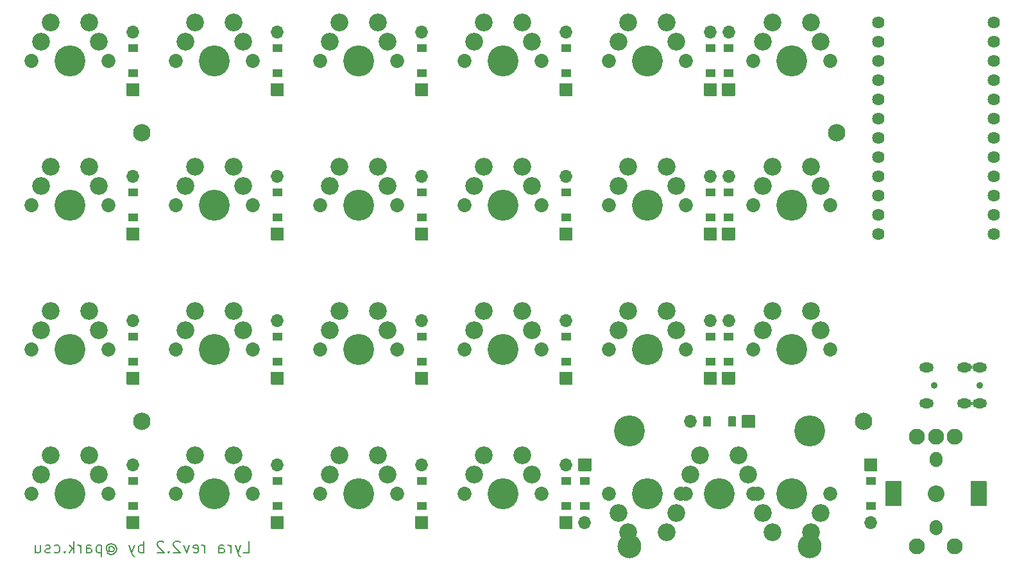
<source format=gbs>
G04 #@! TF.GenerationSoftware,KiCad,Pcbnew,(5.1.10)-1*
G04 #@! TF.CreationDate,2021-08-18T20:56:21+09:00*
G04 #@! TF.ProjectId,Lyra,4c797261-2e6b-4696-9361-645f70636258,rev?*
G04 #@! TF.SameCoordinates,Original*
G04 #@! TF.FileFunction,Soldermask,Bot*
G04 #@! TF.FilePolarity,Negative*
%FSLAX46Y46*%
G04 Gerber Fmt 4.6, Leading zero omitted, Abs format (unit mm)*
G04 Created by KiCad (PCBNEW (5.1.10)-1) date 2021-08-18 20:56:21*
%MOMM*%
%LPD*%
G01*
G04 APERTURE LIST*
%ADD10C,0.150000*%
%ADD11O,1.702000X1.702000*%
%ADD12C,2.352000*%
%ADD13C,1.852000*%
%ADD14C,4.089800*%
%ADD15C,2.202000*%
%ADD16C,2.102000*%
%ADD17C,1.626000*%
%ADD18C,0.902000*%
%ADD19O,1.902000X1.302000*%
%ADD20C,2.302000*%
%ADD21C,3.150000*%
%ADD22C,0.100000*%
G04 APERTURE END LIST*
D10*
X108869425Y-133243098D02*
X109583711Y-133243098D01*
X109583711Y-131743098D01*
X108512283Y-132243098D02*
X108155140Y-133243098D01*
X107797997Y-132243098D02*
X108155140Y-133243098D01*
X108297997Y-133600241D01*
X108369425Y-133671669D01*
X108512283Y-133743098D01*
X107226568Y-133243098D02*
X107226568Y-132243098D01*
X107226568Y-132528812D02*
X107155140Y-132385955D01*
X107083711Y-132314527D01*
X106940854Y-132243098D01*
X106797997Y-132243098D01*
X105655140Y-133243098D02*
X105655140Y-132457384D01*
X105726568Y-132314527D01*
X105869425Y-132243098D01*
X106155140Y-132243098D01*
X106297997Y-132314527D01*
X105655140Y-133171669D02*
X105797997Y-133243098D01*
X106155140Y-133243098D01*
X106297997Y-133171669D01*
X106369425Y-133028812D01*
X106369425Y-132885955D01*
X106297997Y-132743098D01*
X106155140Y-132671669D01*
X105797997Y-132671669D01*
X105655140Y-132600241D01*
X103797997Y-133243098D02*
X103797997Y-132243098D01*
X103797997Y-132528812D02*
X103726568Y-132385955D01*
X103655140Y-132314527D01*
X103512283Y-132243098D01*
X103369425Y-132243098D01*
X102297997Y-133171669D02*
X102440854Y-133243098D01*
X102726568Y-133243098D01*
X102869425Y-133171669D01*
X102940854Y-133028812D01*
X102940854Y-132457384D01*
X102869425Y-132314527D01*
X102726568Y-132243098D01*
X102440854Y-132243098D01*
X102297997Y-132314527D01*
X102226568Y-132457384D01*
X102226568Y-132600241D01*
X102940854Y-132743098D01*
X101726568Y-132243098D02*
X101369425Y-133243098D01*
X101012283Y-132243098D01*
X100512283Y-131885955D02*
X100440854Y-131814527D01*
X100297997Y-131743098D01*
X99940854Y-131743098D01*
X99797997Y-131814527D01*
X99726568Y-131885955D01*
X99655140Y-132028812D01*
X99655140Y-132171669D01*
X99726568Y-132385955D01*
X100583711Y-133243098D01*
X99655140Y-133243098D01*
X99012283Y-133100241D02*
X98940854Y-133171669D01*
X99012283Y-133243098D01*
X99083711Y-133171669D01*
X99012283Y-133100241D01*
X99012283Y-133243098D01*
X98369425Y-131885955D02*
X98297997Y-131814527D01*
X98155140Y-131743098D01*
X97797997Y-131743098D01*
X97655140Y-131814527D01*
X97583711Y-131885955D01*
X97512283Y-132028812D01*
X97512283Y-132171669D01*
X97583711Y-132385955D01*
X98440854Y-133243098D01*
X97512283Y-133243098D01*
X95726568Y-133243098D02*
X95726568Y-131743098D01*
X95726568Y-132314527D02*
X95583711Y-132243098D01*
X95297997Y-132243098D01*
X95155140Y-132314527D01*
X95083711Y-132385955D01*
X95012283Y-132528812D01*
X95012283Y-132957384D01*
X95083711Y-133100241D01*
X95155140Y-133171669D01*
X95297997Y-133243098D01*
X95583711Y-133243098D01*
X95726568Y-133171669D01*
X94512283Y-132243098D02*
X94155140Y-133243098D01*
X93797997Y-132243098D02*
X94155140Y-133243098D01*
X94297997Y-133600241D01*
X94369425Y-133671669D01*
X94512283Y-133743098D01*
X91155140Y-132528812D02*
X91226568Y-132457384D01*
X91369425Y-132385955D01*
X91512283Y-132385955D01*
X91655140Y-132457384D01*
X91726568Y-132528812D01*
X91797997Y-132671669D01*
X91797997Y-132814527D01*
X91726568Y-132957384D01*
X91655140Y-133028812D01*
X91512283Y-133100241D01*
X91369425Y-133100241D01*
X91226568Y-133028812D01*
X91155140Y-132957384D01*
X91155140Y-132385955D02*
X91155140Y-132957384D01*
X91083711Y-133028812D01*
X91012283Y-133028812D01*
X90869425Y-132957384D01*
X90797997Y-132814527D01*
X90797997Y-132457384D01*
X90940854Y-132243098D01*
X91155140Y-132100241D01*
X91440854Y-132028812D01*
X91726568Y-132100241D01*
X91940854Y-132243098D01*
X92083711Y-132457384D01*
X92155140Y-132743098D01*
X92083711Y-133028812D01*
X91940854Y-133243098D01*
X91726568Y-133385955D01*
X91440854Y-133457384D01*
X91155140Y-133385955D01*
X90940854Y-133243098D01*
X90155140Y-132243098D02*
X90155140Y-133743098D01*
X90155140Y-132314527D02*
X90012283Y-132243098D01*
X89726568Y-132243098D01*
X89583711Y-132314527D01*
X89512283Y-132385955D01*
X89440854Y-132528812D01*
X89440854Y-132957384D01*
X89512283Y-133100241D01*
X89583711Y-133171669D01*
X89726568Y-133243098D01*
X90012283Y-133243098D01*
X90155140Y-133171669D01*
X88155140Y-133243098D02*
X88155140Y-132457384D01*
X88226568Y-132314527D01*
X88369425Y-132243098D01*
X88655140Y-132243098D01*
X88797997Y-132314527D01*
X88155140Y-133171669D02*
X88297997Y-133243098D01*
X88655140Y-133243098D01*
X88797997Y-133171669D01*
X88869425Y-133028812D01*
X88869425Y-132885955D01*
X88797997Y-132743098D01*
X88655140Y-132671669D01*
X88297997Y-132671669D01*
X88155140Y-132600241D01*
X87440854Y-133243098D02*
X87440854Y-132243098D01*
X87440854Y-132528812D02*
X87369425Y-132385955D01*
X87297997Y-132314527D01*
X87155140Y-132243098D01*
X87012283Y-132243098D01*
X86512283Y-133243098D02*
X86512283Y-131743098D01*
X86369425Y-132671669D02*
X85940854Y-133243098D01*
X85940854Y-132243098D02*
X86512283Y-132814527D01*
X85297997Y-133100241D02*
X85226568Y-133171669D01*
X85297997Y-133243098D01*
X85369425Y-133171669D01*
X85297997Y-133100241D01*
X85297997Y-133243098D01*
X83940854Y-133171669D02*
X84083711Y-133243098D01*
X84369425Y-133243098D01*
X84512283Y-133171669D01*
X84583711Y-133100241D01*
X84655140Y-132957384D01*
X84655140Y-132528812D01*
X84583711Y-132385955D01*
X84512283Y-132314527D01*
X84369425Y-132243098D01*
X84083711Y-132243098D01*
X83940854Y-132314527D01*
X83369425Y-133171669D02*
X83226568Y-133243098D01*
X82940854Y-133243098D01*
X82797997Y-133171669D01*
X82726568Y-133028812D01*
X82726568Y-132957384D01*
X82797997Y-132814527D01*
X82940854Y-132743098D01*
X83155140Y-132743098D01*
X83297997Y-132671669D01*
X83369425Y-132528812D01*
X83369425Y-132457384D01*
X83297997Y-132314527D01*
X83155140Y-132243098D01*
X82940854Y-132243098D01*
X82797997Y-132314527D01*
X81440854Y-132243098D02*
X81440854Y-133243098D01*
X82083711Y-132243098D02*
X82083711Y-133028812D01*
X82012283Y-133171669D01*
X81869425Y-133243098D01*
X81655140Y-133243098D01*
X81512283Y-133171669D01*
X81440854Y-133100241D01*
X108869425Y-133243098D02*
X109583711Y-133243098D01*
X109583711Y-131743098D01*
X108512283Y-132243098D02*
X108155140Y-133243098D01*
X107797997Y-132243098D02*
X108155140Y-133243098D01*
X108297997Y-133600241D01*
X108369425Y-133671669D01*
X108512283Y-133743098D01*
X107226568Y-133243098D02*
X107226568Y-132243098D01*
X107226568Y-132528812D02*
X107155140Y-132385955D01*
X107083711Y-132314527D01*
X106940854Y-132243098D01*
X106797997Y-132243098D01*
X105655140Y-133243098D02*
X105655140Y-132457384D01*
X105726568Y-132314527D01*
X105869425Y-132243098D01*
X106155140Y-132243098D01*
X106297997Y-132314527D01*
X105655140Y-133171669D02*
X105797997Y-133243098D01*
X106155140Y-133243098D01*
X106297997Y-133171669D01*
X106369425Y-133028812D01*
X106369425Y-132885955D01*
X106297997Y-132743098D01*
X106155140Y-132671669D01*
X105797997Y-132671669D01*
X105655140Y-132600241D01*
X103797997Y-133243098D02*
X103797997Y-132243098D01*
X103797997Y-132528812D02*
X103726568Y-132385955D01*
X103655140Y-132314527D01*
X103512283Y-132243098D01*
X103369425Y-132243098D01*
X102297997Y-133171669D02*
X102440854Y-133243098D01*
X102726568Y-133243098D01*
X102869425Y-133171669D01*
X102940854Y-133028812D01*
X102940854Y-132457384D01*
X102869425Y-132314527D01*
X102726568Y-132243098D01*
X102440854Y-132243098D01*
X102297997Y-132314527D01*
X102226568Y-132457384D01*
X102226568Y-132600241D01*
X102940854Y-132743098D01*
X101726568Y-132243098D02*
X101369425Y-133243098D01*
X101012283Y-132243098D01*
X100512283Y-131885955D02*
X100440854Y-131814527D01*
X100297997Y-131743098D01*
X99940854Y-131743098D01*
X99797997Y-131814527D01*
X99726568Y-131885955D01*
X99655140Y-132028812D01*
X99655140Y-132171669D01*
X99726568Y-132385955D01*
X100583711Y-133243098D01*
X99655140Y-133243098D01*
X99012283Y-133100241D02*
X98940854Y-133171669D01*
X99012283Y-133243098D01*
X99083711Y-133171669D01*
X99012283Y-133100241D01*
X99012283Y-133243098D01*
X98369425Y-131885955D02*
X98297997Y-131814527D01*
X98155140Y-131743098D01*
X97797997Y-131743098D01*
X97655140Y-131814527D01*
X97583711Y-131885955D01*
X97512283Y-132028812D01*
X97512283Y-132171669D01*
X97583711Y-132385955D01*
X98440854Y-133243098D01*
X97512283Y-133243098D01*
X95726568Y-133243098D02*
X95726568Y-131743098D01*
X95726568Y-132314527D02*
X95583711Y-132243098D01*
X95297997Y-132243098D01*
X95155140Y-132314527D01*
X95083711Y-132385955D01*
X95012283Y-132528812D01*
X95012283Y-132957384D01*
X95083711Y-133100241D01*
X95155140Y-133171669D01*
X95297997Y-133243098D01*
X95583711Y-133243098D01*
X95726568Y-133171669D01*
X94512283Y-132243098D02*
X94155140Y-133243098D01*
X93797997Y-132243098D02*
X94155140Y-133243098D01*
X94297997Y-133600241D01*
X94369425Y-133671669D01*
X94512283Y-133743098D01*
X91155140Y-132528812D02*
X91226568Y-132457384D01*
X91369425Y-132385955D01*
X91512283Y-132385955D01*
X91655140Y-132457384D01*
X91726568Y-132528812D01*
X91797997Y-132671669D01*
X91797997Y-132814527D01*
X91726568Y-132957384D01*
X91655140Y-133028812D01*
X91512283Y-133100241D01*
X91369425Y-133100241D01*
X91226568Y-133028812D01*
X91155140Y-132957384D01*
X91155140Y-132385955D02*
X91155140Y-132957384D01*
X91083711Y-133028812D01*
X91012283Y-133028812D01*
X90869425Y-132957384D01*
X90797997Y-132814527D01*
X90797997Y-132457384D01*
X90940854Y-132243098D01*
X91155140Y-132100241D01*
X91440854Y-132028812D01*
X91726568Y-132100241D01*
X91940854Y-132243098D01*
X92083711Y-132457384D01*
X92155140Y-132743098D01*
X92083711Y-133028812D01*
X91940854Y-133243098D01*
X91726568Y-133385955D01*
X91440854Y-133457384D01*
X91155140Y-133385955D01*
X90940854Y-133243098D01*
X90155140Y-132243098D02*
X90155140Y-133743098D01*
X90155140Y-132314527D02*
X90012283Y-132243098D01*
X89726568Y-132243098D01*
X89583711Y-132314527D01*
X89512283Y-132385955D01*
X89440854Y-132528812D01*
X89440854Y-132957384D01*
X89512283Y-133100241D01*
X89583711Y-133171669D01*
X89726568Y-133243098D01*
X90012283Y-133243098D01*
X90155140Y-133171669D01*
X88155140Y-133243098D02*
X88155140Y-132457384D01*
X88226568Y-132314527D01*
X88369425Y-132243098D01*
X88655140Y-132243098D01*
X88797997Y-132314527D01*
X88155140Y-133171669D02*
X88297997Y-133243098D01*
X88655140Y-133243098D01*
X88797997Y-133171669D01*
X88869425Y-133028812D01*
X88869425Y-132885955D01*
X88797997Y-132743098D01*
X88655140Y-132671669D01*
X88297997Y-132671669D01*
X88155140Y-132600241D01*
X87440854Y-133243098D02*
X87440854Y-132243098D01*
X87440854Y-132528812D02*
X87369425Y-132385955D01*
X87297997Y-132314527D01*
X87155140Y-132243098D01*
X87012283Y-132243098D01*
X86512283Y-133243098D02*
X86512283Y-131743098D01*
X86369425Y-132671669D02*
X85940854Y-133243098D01*
X85940854Y-132243098D02*
X86512283Y-132814527D01*
X85297997Y-133100241D02*
X85226568Y-133171669D01*
X85297997Y-133243098D01*
X85369425Y-133171669D01*
X85297997Y-133100241D01*
X85297997Y-133243098D01*
X83940854Y-133171669D02*
X84083711Y-133243098D01*
X84369425Y-133243098D01*
X84512283Y-133171669D01*
X84583711Y-133100241D01*
X84655140Y-132957384D01*
X84655140Y-132528812D01*
X84583711Y-132385955D01*
X84512283Y-132314527D01*
X84369425Y-132243098D01*
X84083711Y-132243098D01*
X83940854Y-132314527D01*
X83369425Y-133171669D02*
X83226568Y-133243098D01*
X82940854Y-133243098D01*
X82797997Y-133171669D01*
X82726568Y-133028812D01*
X82726568Y-132957384D01*
X82797997Y-132814527D01*
X82940854Y-132743098D01*
X83155140Y-132743098D01*
X83297997Y-132671669D01*
X83369425Y-132528812D01*
X83369425Y-132457384D01*
X83297997Y-132314527D01*
X83155140Y-132243098D01*
X82940854Y-132243098D01*
X82797997Y-132314527D01*
X81440854Y-132243098D02*
X81440854Y-133243098D01*
X82083711Y-132243098D02*
X82083711Y-133028812D01*
X82012283Y-133171669D01*
X81869425Y-133243098D01*
X81655140Y-133243098D01*
X81512283Y-133171669D01*
X81440854Y-133100241D01*
G36*
G01*
X113971578Y-124271467D02*
X112771578Y-124271467D01*
G75*
G02*
X112720578Y-124220467I0J51000D01*
G01*
X112720578Y-123320467D01*
G75*
G02*
X112771578Y-123269467I51000J0D01*
G01*
X113971578Y-123269467D01*
G75*
G02*
X114022578Y-123320467I0J-51000D01*
G01*
X114022578Y-124220467D01*
G75*
G02*
X113971578Y-124271467I-51000J0D01*
G01*
G37*
G36*
G01*
X113971578Y-127571467D02*
X112771578Y-127571467D01*
G75*
G02*
X112720578Y-127520467I0J51000D01*
G01*
X112720578Y-126620467D01*
G75*
G02*
X112771578Y-126569467I51000J0D01*
G01*
X113971578Y-126569467D01*
G75*
G02*
X114022578Y-126620467I0J-51000D01*
G01*
X114022578Y-127520467D01*
G75*
G02*
X113971578Y-127571467I-51000J0D01*
G01*
G37*
D11*
X113371578Y-121610467D03*
G36*
G01*
X114171578Y-130081467D02*
X112571578Y-130081467D01*
G75*
G02*
X112520578Y-130030467I0J51000D01*
G01*
X112520578Y-128430467D01*
G75*
G02*
X112571578Y-128379467I51000J0D01*
G01*
X114171578Y-128379467D01*
G75*
G02*
X114222578Y-128430467I0J-51000D01*
G01*
X114222578Y-130030467D01*
G75*
G02*
X114171578Y-130081467I-51000J0D01*
G01*
G37*
G36*
G01*
X94921578Y-124271467D02*
X93721578Y-124271467D01*
G75*
G02*
X93670578Y-124220467I0J51000D01*
G01*
X93670578Y-123320467D01*
G75*
G02*
X93721578Y-123269467I51000J0D01*
G01*
X94921578Y-123269467D01*
G75*
G02*
X94972578Y-123320467I0J-51000D01*
G01*
X94972578Y-124220467D01*
G75*
G02*
X94921578Y-124271467I-51000J0D01*
G01*
G37*
G36*
G01*
X94921578Y-127571467D02*
X93721578Y-127571467D01*
G75*
G02*
X93670578Y-127520467I0J51000D01*
G01*
X93670578Y-126620467D01*
G75*
G02*
X93721578Y-126569467I51000J0D01*
G01*
X94921578Y-126569467D01*
G75*
G02*
X94972578Y-126620467I0J-51000D01*
G01*
X94972578Y-127520467D01*
G75*
G02*
X94921578Y-127571467I-51000J0D01*
G01*
G37*
X94321578Y-121610467D03*
G36*
G01*
X95121578Y-130081467D02*
X93521578Y-130081467D01*
G75*
G02*
X93470578Y-130030467I0J51000D01*
G01*
X93470578Y-128430467D01*
G75*
G02*
X93521578Y-128379467I51000J0D01*
G01*
X95121578Y-128379467D01*
G75*
G02*
X95172578Y-128430467I0J-51000D01*
G01*
X95172578Y-130030467D01*
G75*
G02*
X95121578Y-130081467I-51000J0D01*
G01*
G37*
D12*
X102497323Y-120340747D03*
D13*
X99957323Y-125420747D03*
D12*
X108847323Y-122880747D03*
D13*
X110117323Y-125420747D03*
D14*
X105037323Y-125420747D03*
D12*
X107577323Y-120340747D03*
D14*
X105037323Y-125420747D03*
D12*
X101227323Y-122880747D03*
D13*
X99957323Y-125420747D03*
X110117323Y-125420747D03*
D12*
X83447243Y-101290667D03*
D13*
X80907243Y-106370667D03*
D12*
X89797243Y-103830667D03*
D13*
X91067243Y-106370667D03*
D14*
X85987243Y-106370667D03*
D12*
X88527243Y-101290667D03*
D14*
X85987243Y-106370667D03*
D12*
X82177243Y-103830667D03*
D13*
X80907243Y-106370667D03*
X91067243Y-106370667D03*
G36*
G01*
X191091430Y-126569467D02*
X192291430Y-126569467D01*
G75*
G02*
X192342430Y-126620467I0J-51000D01*
G01*
X192342430Y-127520467D01*
G75*
G02*
X192291430Y-127571467I-51000J0D01*
G01*
X191091430Y-127571467D01*
G75*
G02*
X191040430Y-127520467I0J51000D01*
G01*
X191040430Y-126620467D01*
G75*
G02*
X191091430Y-126569467I51000J0D01*
G01*
G37*
G36*
G01*
X191091430Y-123269467D02*
X192291430Y-123269467D01*
G75*
G02*
X192342430Y-123320467I0J-51000D01*
G01*
X192342430Y-124220467D01*
G75*
G02*
X192291430Y-124271467I-51000J0D01*
G01*
X191091430Y-124271467D01*
G75*
G02*
X191040430Y-124220467I0J51000D01*
G01*
X191040430Y-123320467D01*
G75*
G02*
X191091430Y-123269467I51000J0D01*
G01*
G37*
D11*
X191691430Y-129230467D03*
G36*
G01*
X190891430Y-120759467D02*
X192491430Y-120759467D01*
G75*
G02*
X192542430Y-120810467I0J-51000D01*
G01*
X192542430Y-122410467D01*
G75*
G02*
X192491430Y-122461467I-51000J0D01*
G01*
X190891430Y-122461467D01*
G75*
G02*
X190840430Y-122410467I0J51000D01*
G01*
X190840430Y-120810467D01*
G75*
G02*
X190891430Y-120759467I51000J0D01*
G01*
G37*
G36*
G01*
X170563203Y-115295467D02*
X170563203Y-116495467D01*
G75*
G02*
X170512203Y-116546467I-51000J0D01*
G01*
X169612203Y-116546467D01*
G75*
G02*
X169561203Y-116495467I0J51000D01*
G01*
X169561203Y-115295467D01*
G75*
G02*
X169612203Y-115244467I51000J0D01*
G01*
X170512203Y-115244467D01*
G75*
G02*
X170563203Y-115295467I0J-51000D01*
G01*
G37*
G36*
G01*
X173863203Y-115295467D02*
X173863203Y-116495467D01*
G75*
G02*
X173812203Y-116546467I-51000J0D01*
G01*
X172912203Y-116546467D01*
G75*
G02*
X172861203Y-116495467I0J51000D01*
G01*
X172861203Y-115295467D01*
G75*
G02*
X172912203Y-115244467I51000J0D01*
G01*
X173812203Y-115244467D01*
G75*
G02*
X173863203Y-115295467I0J-51000D01*
G01*
G37*
X167902203Y-115895467D03*
G36*
G01*
X176373203Y-115095467D02*
X176373203Y-116695467D01*
G75*
G02*
X176322203Y-116746467I-51000J0D01*
G01*
X174722203Y-116746467D01*
G75*
G02*
X174671203Y-116695467I0J51000D01*
G01*
X174671203Y-115095467D01*
G75*
G02*
X174722203Y-115044467I51000J0D01*
G01*
X176322203Y-115044467D01*
G75*
G02*
X176373203Y-115095467I0J-51000D01*
G01*
G37*
G36*
G01*
X153332203Y-126569467D02*
X154532203Y-126569467D01*
G75*
G02*
X154583203Y-126620467I0J-51000D01*
G01*
X154583203Y-127520467D01*
G75*
G02*
X154532203Y-127571467I-51000J0D01*
G01*
X153332203Y-127571467D01*
G75*
G02*
X153281203Y-127520467I0J51000D01*
G01*
X153281203Y-126620467D01*
G75*
G02*
X153332203Y-126569467I51000J0D01*
G01*
G37*
G36*
G01*
X153332203Y-123269467D02*
X154532203Y-123269467D01*
G75*
G02*
X154583203Y-123320467I0J-51000D01*
G01*
X154583203Y-124220467D01*
G75*
G02*
X154532203Y-124271467I-51000J0D01*
G01*
X153332203Y-124271467D01*
G75*
G02*
X153281203Y-124220467I0J51000D01*
G01*
X153281203Y-123320467D01*
G75*
G02*
X153332203Y-123269467I51000J0D01*
G01*
G37*
X153932203Y-129230467D03*
G36*
G01*
X153132203Y-120759467D02*
X154732203Y-120759467D01*
G75*
G02*
X154783203Y-120810467I0J-51000D01*
G01*
X154783203Y-122410467D01*
G75*
G02*
X154732203Y-122461467I-51000J0D01*
G01*
X153132203Y-122461467D01*
G75*
G02*
X153081203Y-122410467I0J51000D01*
G01*
X153081203Y-120810467D01*
G75*
G02*
X153132203Y-120759467I51000J0D01*
G01*
G37*
G36*
G01*
X152071578Y-124271467D02*
X150871578Y-124271467D01*
G75*
G02*
X150820578Y-124220467I0J51000D01*
G01*
X150820578Y-123320467D01*
G75*
G02*
X150871578Y-123269467I51000J0D01*
G01*
X152071578Y-123269467D01*
G75*
G02*
X152122578Y-123320467I0J-51000D01*
G01*
X152122578Y-124220467D01*
G75*
G02*
X152071578Y-124271467I-51000J0D01*
G01*
G37*
G36*
G01*
X152071578Y-127571467D02*
X150871578Y-127571467D01*
G75*
G02*
X150820578Y-127520467I0J51000D01*
G01*
X150820578Y-126620467D01*
G75*
G02*
X150871578Y-126569467I51000J0D01*
G01*
X152071578Y-126569467D01*
G75*
G02*
X152122578Y-126620467I0J-51000D01*
G01*
X152122578Y-127520467D01*
G75*
G02*
X152071578Y-127571467I-51000J0D01*
G01*
G37*
X151471578Y-121610467D03*
G36*
G01*
X152271578Y-130081467D02*
X150671578Y-130081467D01*
G75*
G02*
X150620578Y-130030467I0J51000D01*
G01*
X150620578Y-128430467D01*
G75*
G02*
X150671578Y-128379467I51000J0D01*
G01*
X152271578Y-128379467D01*
G75*
G02*
X152322578Y-128430467I0J-51000D01*
G01*
X152322578Y-130030467D01*
G75*
G02*
X152271578Y-130081467I-51000J0D01*
G01*
G37*
G36*
G01*
X133021578Y-124271467D02*
X131821578Y-124271467D01*
G75*
G02*
X131770578Y-124220467I0J51000D01*
G01*
X131770578Y-123320467D01*
G75*
G02*
X131821578Y-123269467I51000J0D01*
G01*
X133021578Y-123269467D01*
G75*
G02*
X133072578Y-123320467I0J-51000D01*
G01*
X133072578Y-124220467D01*
G75*
G02*
X133021578Y-124271467I-51000J0D01*
G01*
G37*
G36*
G01*
X133021578Y-127571467D02*
X131821578Y-127571467D01*
G75*
G02*
X131770578Y-127520467I0J51000D01*
G01*
X131770578Y-126620467D01*
G75*
G02*
X131821578Y-126569467I51000J0D01*
G01*
X133021578Y-126569467D01*
G75*
G02*
X133072578Y-126620467I0J-51000D01*
G01*
X133072578Y-127520467D01*
G75*
G02*
X133021578Y-127571467I-51000J0D01*
G01*
G37*
X132421578Y-121610467D03*
G36*
G01*
X133221578Y-130081467D02*
X131621578Y-130081467D01*
G75*
G02*
X131570578Y-130030467I0J51000D01*
G01*
X131570578Y-128430467D01*
G75*
G02*
X131621578Y-128379467I51000J0D01*
G01*
X133221578Y-128379467D01*
G75*
G02*
X133272578Y-128430467I0J-51000D01*
G01*
X133272578Y-130030467D01*
G75*
G02*
X133221578Y-130081467I-51000J0D01*
G01*
G37*
G36*
G01*
X173702781Y-111031467D02*
X172102781Y-111031467D01*
G75*
G02*
X172051781Y-110980467I0J51000D01*
G01*
X172051781Y-109380467D01*
G75*
G02*
X172102781Y-109329467I51000J0D01*
G01*
X173702781Y-109329467D01*
G75*
G02*
X173753781Y-109380467I0J-51000D01*
G01*
X173753781Y-110980467D01*
G75*
G02*
X173702781Y-111031467I-51000J0D01*
G01*
G37*
X172902781Y-102560467D03*
G36*
G01*
X173502781Y-108521467D02*
X172302781Y-108521467D01*
G75*
G02*
X172251781Y-108470467I0J51000D01*
G01*
X172251781Y-107570467D01*
G75*
G02*
X172302781Y-107519467I51000J0D01*
G01*
X173502781Y-107519467D01*
G75*
G02*
X173553781Y-107570467I0J-51000D01*
G01*
X173553781Y-108470467D01*
G75*
G02*
X173502781Y-108521467I-51000J0D01*
G01*
G37*
G36*
G01*
X173502781Y-105221467D02*
X172302781Y-105221467D01*
G75*
G02*
X172251781Y-105170467I0J51000D01*
G01*
X172251781Y-104270467D01*
G75*
G02*
X172302781Y-104219467I51000J0D01*
G01*
X173502781Y-104219467D01*
G75*
G02*
X173553781Y-104270467I0J-51000D01*
G01*
X173553781Y-105170467D01*
G75*
G02*
X173502781Y-105221467I-51000J0D01*
G01*
G37*
G36*
G01*
X171321529Y-111031467D02*
X169721529Y-111031467D01*
G75*
G02*
X169670529Y-110980467I0J51000D01*
G01*
X169670529Y-109380467D01*
G75*
G02*
X169721529Y-109329467I51000J0D01*
G01*
X171321529Y-109329467D01*
G75*
G02*
X171372529Y-109380467I0J-51000D01*
G01*
X171372529Y-110980467D01*
G75*
G02*
X171321529Y-111031467I-51000J0D01*
G01*
G37*
X170521529Y-102560467D03*
G36*
G01*
X171121529Y-108521467D02*
X169921529Y-108521467D01*
G75*
G02*
X169870529Y-108470467I0J51000D01*
G01*
X169870529Y-107570467D01*
G75*
G02*
X169921529Y-107519467I51000J0D01*
G01*
X171121529Y-107519467D01*
G75*
G02*
X171172529Y-107570467I0J-51000D01*
G01*
X171172529Y-108470467D01*
G75*
G02*
X171121529Y-108521467I-51000J0D01*
G01*
G37*
G36*
G01*
X171121529Y-105221467D02*
X169921529Y-105221467D01*
G75*
G02*
X169870529Y-105170467I0J51000D01*
G01*
X169870529Y-104270467D01*
G75*
G02*
X169921529Y-104219467I51000J0D01*
G01*
X171121529Y-104219467D01*
G75*
G02*
X171172529Y-104270467I0J-51000D01*
G01*
X171172529Y-105170467D01*
G75*
G02*
X171121529Y-105221467I-51000J0D01*
G01*
G37*
G36*
G01*
X152271578Y-111031467D02*
X150671578Y-111031467D01*
G75*
G02*
X150620578Y-110980467I0J51000D01*
G01*
X150620578Y-109380467D01*
G75*
G02*
X150671578Y-109329467I51000J0D01*
G01*
X152271578Y-109329467D01*
G75*
G02*
X152322578Y-109380467I0J-51000D01*
G01*
X152322578Y-110980467D01*
G75*
G02*
X152271578Y-111031467I-51000J0D01*
G01*
G37*
X151471578Y-102560467D03*
G36*
G01*
X152071578Y-108521467D02*
X150871578Y-108521467D01*
G75*
G02*
X150820578Y-108470467I0J51000D01*
G01*
X150820578Y-107570467D01*
G75*
G02*
X150871578Y-107519467I51000J0D01*
G01*
X152071578Y-107519467D01*
G75*
G02*
X152122578Y-107570467I0J-51000D01*
G01*
X152122578Y-108470467D01*
G75*
G02*
X152071578Y-108521467I-51000J0D01*
G01*
G37*
G36*
G01*
X152071578Y-105221467D02*
X150871578Y-105221467D01*
G75*
G02*
X150820578Y-105170467I0J51000D01*
G01*
X150820578Y-104270467D01*
G75*
G02*
X150871578Y-104219467I51000J0D01*
G01*
X152071578Y-104219467D01*
G75*
G02*
X152122578Y-104270467I0J-51000D01*
G01*
X152122578Y-105170467D01*
G75*
G02*
X152071578Y-105221467I-51000J0D01*
G01*
G37*
G36*
G01*
X133221578Y-111031467D02*
X131621578Y-111031467D01*
G75*
G02*
X131570578Y-110980467I0J51000D01*
G01*
X131570578Y-109380467D01*
G75*
G02*
X131621578Y-109329467I51000J0D01*
G01*
X133221578Y-109329467D01*
G75*
G02*
X133272578Y-109380467I0J-51000D01*
G01*
X133272578Y-110980467D01*
G75*
G02*
X133221578Y-111031467I-51000J0D01*
G01*
G37*
X132421578Y-102560467D03*
G36*
G01*
X133021578Y-108521467D02*
X131821578Y-108521467D01*
G75*
G02*
X131770578Y-108470467I0J51000D01*
G01*
X131770578Y-107570467D01*
G75*
G02*
X131821578Y-107519467I51000J0D01*
G01*
X133021578Y-107519467D01*
G75*
G02*
X133072578Y-107570467I0J-51000D01*
G01*
X133072578Y-108470467D01*
G75*
G02*
X133021578Y-108521467I-51000J0D01*
G01*
G37*
G36*
G01*
X133021578Y-105221467D02*
X131821578Y-105221467D01*
G75*
G02*
X131770578Y-105170467I0J51000D01*
G01*
X131770578Y-104270467D01*
G75*
G02*
X131821578Y-104219467I51000J0D01*
G01*
X133021578Y-104219467D01*
G75*
G02*
X133072578Y-104270467I0J-51000D01*
G01*
X133072578Y-105170467D01*
G75*
G02*
X133021578Y-105221467I-51000J0D01*
G01*
G37*
G36*
G01*
X114171578Y-111031467D02*
X112571578Y-111031467D01*
G75*
G02*
X112520578Y-110980467I0J51000D01*
G01*
X112520578Y-109380467D01*
G75*
G02*
X112571578Y-109329467I51000J0D01*
G01*
X114171578Y-109329467D01*
G75*
G02*
X114222578Y-109380467I0J-51000D01*
G01*
X114222578Y-110980467D01*
G75*
G02*
X114171578Y-111031467I-51000J0D01*
G01*
G37*
X113371578Y-102560467D03*
G36*
G01*
X113971578Y-108521467D02*
X112771578Y-108521467D01*
G75*
G02*
X112720578Y-108470467I0J51000D01*
G01*
X112720578Y-107570467D01*
G75*
G02*
X112771578Y-107519467I51000J0D01*
G01*
X113971578Y-107519467D01*
G75*
G02*
X114022578Y-107570467I0J-51000D01*
G01*
X114022578Y-108470467D01*
G75*
G02*
X113971578Y-108521467I-51000J0D01*
G01*
G37*
G36*
G01*
X113971578Y-105221467D02*
X112771578Y-105221467D01*
G75*
G02*
X112720578Y-105170467I0J51000D01*
G01*
X112720578Y-104270467D01*
G75*
G02*
X112771578Y-104219467I51000J0D01*
G01*
X113971578Y-104219467D01*
G75*
G02*
X114022578Y-104270467I0J-51000D01*
G01*
X114022578Y-105170467D01*
G75*
G02*
X113971578Y-105221467I-51000J0D01*
G01*
G37*
G36*
G01*
X95121578Y-111031467D02*
X93521578Y-111031467D01*
G75*
G02*
X93470578Y-110980467I0J51000D01*
G01*
X93470578Y-109380467D01*
G75*
G02*
X93521578Y-109329467I51000J0D01*
G01*
X95121578Y-109329467D01*
G75*
G02*
X95172578Y-109380467I0J-51000D01*
G01*
X95172578Y-110980467D01*
G75*
G02*
X95121578Y-111031467I-51000J0D01*
G01*
G37*
X94321578Y-102560467D03*
G36*
G01*
X94921578Y-108521467D02*
X93721578Y-108521467D01*
G75*
G02*
X93670578Y-108470467I0J51000D01*
G01*
X93670578Y-107570467D01*
G75*
G02*
X93721578Y-107519467I51000J0D01*
G01*
X94921578Y-107519467D01*
G75*
G02*
X94972578Y-107570467I0J-51000D01*
G01*
X94972578Y-108470467D01*
G75*
G02*
X94921578Y-108521467I-51000J0D01*
G01*
G37*
G36*
G01*
X94921578Y-105221467D02*
X93721578Y-105221467D01*
G75*
G02*
X93670578Y-105170467I0J51000D01*
G01*
X93670578Y-104270467D01*
G75*
G02*
X93721578Y-104219467I51000J0D01*
G01*
X94921578Y-104219467D01*
G75*
G02*
X94972578Y-104270467I0J-51000D01*
G01*
X94972578Y-105170467D01*
G75*
G02*
X94921578Y-105221467I-51000J0D01*
G01*
G37*
G36*
G01*
X173502828Y-86171467D02*
X172302828Y-86171467D01*
G75*
G02*
X172251828Y-86120467I0J51000D01*
G01*
X172251828Y-85220467D01*
G75*
G02*
X172302828Y-85169467I51000J0D01*
G01*
X173502828Y-85169467D01*
G75*
G02*
X173553828Y-85220467I0J-51000D01*
G01*
X173553828Y-86120467D01*
G75*
G02*
X173502828Y-86171467I-51000J0D01*
G01*
G37*
G36*
G01*
X173502828Y-89471467D02*
X172302828Y-89471467D01*
G75*
G02*
X172251828Y-89420467I0J51000D01*
G01*
X172251828Y-88520467D01*
G75*
G02*
X172302828Y-88469467I51000J0D01*
G01*
X173502828Y-88469467D01*
G75*
G02*
X173553828Y-88520467I0J-51000D01*
G01*
X173553828Y-89420467D01*
G75*
G02*
X173502828Y-89471467I-51000J0D01*
G01*
G37*
X172902828Y-83510467D03*
G36*
G01*
X173702828Y-91981467D02*
X172102828Y-91981467D01*
G75*
G02*
X172051828Y-91930467I0J51000D01*
G01*
X172051828Y-90330467D01*
G75*
G02*
X172102828Y-90279467I51000J0D01*
G01*
X173702828Y-90279467D01*
G75*
G02*
X173753828Y-90330467I0J-51000D01*
G01*
X173753828Y-91930467D01*
G75*
G02*
X173702828Y-91981467I-51000J0D01*
G01*
G37*
G36*
G01*
X171121578Y-86171467D02*
X169921578Y-86171467D01*
G75*
G02*
X169870578Y-86120467I0J51000D01*
G01*
X169870578Y-85220467D01*
G75*
G02*
X169921578Y-85169467I51000J0D01*
G01*
X171121578Y-85169467D01*
G75*
G02*
X171172578Y-85220467I0J-51000D01*
G01*
X171172578Y-86120467D01*
G75*
G02*
X171121578Y-86171467I-51000J0D01*
G01*
G37*
G36*
G01*
X171121578Y-89471467D02*
X169921578Y-89471467D01*
G75*
G02*
X169870578Y-89420467I0J51000D01*
G01*
X169870578Y-88520467D01*
G75*
G02*
X169921578Y-88469467I51000J0D01*
G01*
X171121578Y-88469467D01*
G75*
G02*
X171172578Y-88520467I0J-51000D01*
G01*
X171172578Y-89420467D01*
G75*
G02*
X171121578Y-89471467I-51000J0D01*
G01*
G37*
X170521578Y-83510467D03*
G36*
G01*
X171321578Y-91981467D02*
X169721578Y-91981467D01*
G75*
G02*
X169670578Y-91930467I0J51000D01*
G01*
X169670578Y-90330467D01*
G75*
G02*
X169721578Y-90279467I51000J0D01*
G01*
X171321578Y-90279467D01*
G75*
G02*
X171372578Y-90330467I0J-51000D01*
G01*
X171372578Y-91930467D01*
G75*
G02*
X171321578Y-91981467I-51000J0D01*
G01*
G37*
G36*
G01*
X152071578Y-86171467D02*
X150871578Y-86171467D01*
G75*
G02*
X150820578Y-86120467I0J51000D01*
G01*
X150820578Y-85220467D01*
G75*
G02*
X150871578Y-85169467I51000J0D01*
G01*
X152071578Y-85169467D01*
G75*
G02*
X152122578Y-85220467I0J-51000D01*
G01*
X152122578Y-86120467D01*
G75*
G02*
X152071578Y-86171467I-51000J0D01*
G01*
G37*
G36*
G01*
X152071578Y-89471467D02*
X150871578Y-89471467D01*
G75*
G02*
X150820578Y-89420467I0J51000D01*
G01*
X150820578Y-88520467D01*
G75*
G02*
X150871578Y-88469467I51000J0D01*
G01*
X152071578Y-88469467D01*
G75*
G02*
X152122578Y-88520467I0J-51000D01*
G01*
X152122578Y-89420467D01*
G75*
G02*
X152071578Y-89471467I-51000J0D01*
G01*
G37*
X151471578Y-83510467D03*
G36*
G01*
X152271578Y-91981467D02*
X150671578Y-91981467D01*
G75*
G02*
X150620578Y-91930467I0J51000D01*
G01*
X150620578Y-90330467D01*
G75*
G02*
X150671578Y-90279467I51000J0D01*
G01*
X152271578Y-90279467D01*
G75*
G02*
X152322578Y-90330467I0J-51000D01*
G01*
X152322578Y-91930467D01*
G75*
G02*
X152271578Y-91981467I-51000J0D01*
G01*
G37*
G36*
G01*
X133021578Y-86171467D02*
X131821578Y-86171467D01*
G75*
G02*
X131770578Y-86120467I0J51000D01*
G01*
X131770578Y-85220467D01*
G75*
G02*
X131821578Y-85169467I51000J0D01*
G01*
X133021578Y-85169467D01*
G75*
G02*
X133072578Y-85220467I0J-51000D01*
G01*
X133072578Y-86120467D01*
G75*
G02*
X133021578Y-86171467I-51000J0D01*
G01*
G37*
G36*
G01*
X133021578Y-89471467D02*
X131821578Y-89471467D01*
G75*
G02*
X131770578Y-89420467I0J51000D01*
G01*
X131770578Y-88520467D01*
G75*
G02*
X131821578Y-88469467I51000J0D01*
G01*
X133021578Y-88469467D01*
G75*
G02*
X133072578Y-88520467I0J-51000D01*
G01*
X133072578Y-89420467D01*
G75*
G02*
X133021578Y-89471467I-51000J0D01*
G01*
G37*
X132421578Y-83510467D03*
G36*
G01*
X133221578Y-91981467D02*
X131621578Y-91981467D01*
G75*
G02*
X131570578Y-91930467I0J51000D01*
G01*
X131570578Y-90330467D01*
G75*
G02*
X131621578Y-90279467I51000J0D01*
G01*
X133221578Y-90279467D01*
G75*
G02*
X133272578Y-90330467I0J-51000D01*
G01*
X133272578Y-91930467D01*
G75*
G02*
X133221578Y-91981467I-51000J0D01*
G01*
G37*
G36*
G01*
X113971576Y-86171467D02*
X112771576Y-86171467D01*
G75*
G02*
X112720576Y-86120467I0J51000D01*
G01*
X112720576Y-85220467D01*
G75*
G02*
X112771576Y-85169467I51000J0D01*
G01*
X113971576Y-85169467D01*
G75*
G02*
X114022576Y-85220467I0J-51000D01*
G01*
X114022576Y-86120467D01*
G75*
G02*
X113971576Y-86171467I-51000J0D01*
G01*
G37*
G36*
G01*
X113971576Y-89471467D02*
X112771576Y-89471467D01*
G75*
G02*
X112720576Y-89420467I0J51000D01*
G01*
X112720576Y-88520467D01*
G75*
G02*
X112771576Y-88469467I51000J0D01*
G01*
X113971576Y-88469467D01*
G75*
G02*
X114022576Y-88520467I0J-51000D01*
G01*
X114022576Y-89420467D01*
G75*
G02*
X113971576Y-89471467I-51000J0D01*
G01*
G37*
X113371576Y-83510467D03*
G36*
G01*
X114171576Y-91981467D02*
X112571576Y-91981467D01*
G75*
G02*
X112520576Y-91930467I0J51000D01*
G01*
X112520576Y-90330467D01*
G75*
G02*
X112571576Y-90279467I51000J0D01*
G01*
X114171576Y-90279467D01*
G75*
G02*
X114222576Y-90330467I0J-51000D01*
G01*
X114222576Y-91930467D01*
G75*
G02*
X114171576Y-91981467I-51000J0D01*
G01*
G37*
G36*
G01*
X94921578Y-86171467D02*
X93721578Y-86171467D01*
G75*
G02*
X93670578Y-86120467I0J51000D01*
G01*
X93670578Y-85220467D01*
G75*
G02*
X93721578Y-85169467I51000J0D01*
G01*
X94921578Y-85169467D01*
G75*
G02*
X94972578Y-85220467I0J-51000D01*
G01*
X94972578Y-86120467D01*
G75*
G02*
X94921578Y-86171467I-51000J0D01*
G01*
G37*
G36*
G01*
X94921578Y-89471467D02*
X93721578Y-89471467D01*
G75*
G02*
X93670578Y-89420467I0J51000D01*
G01*
X93670578Y-88520467D01*
G75*
G02*
X93721578Y-88469467I51000J0D01*
G01*
X94921578Y-88469467D01*
G75*
G02*
X94972578Y-88520467I0J-51000D01*
G01*
X94972578Y-89420467D01*
G75*
G02*
X94921578Y-89471467I-51000J0D01*
G01*
G37*
X94321578Y-83510467D03*
G36*
G01*
X95121578Y-91981467D02*
X93521578Y-91981467D01*
G75*
G02*
X93470578Y-91930467I0J51000D01*
G01*
X93470578Y-90330467D01*
G75*
G02*
X93521578Y-90279467I51000J0D01*
G01*
X95121578Y-90279467D01*
G75*
G02*
X95172578Y-90330467I0J-51000D01*
G01*
X95172578Y-91930467D01*
G75*
G02*
X95121578Y-91981467I-51000J0D01*
G01*
G37*
G36*
G01*
X173702828Y-72931467D02*
X172102828Y-72931467D01*
G75*
G02*
X172051828Y-72880467I0J51000D01*
G01*
X172051828Y-71280467D01*
G75*
G02*
X172102828Y-71229467I51000J0D01*
G01*
X173702828Y-71229467D01*
G75*
G02*
X173753828Y-71280467I0J-51000D01*
G01*
X173753828Y-72880467D01*
G75*
G02*
X173702828Y-72931467I-51000J0D01*
G01*
G37*
X172902828Y-64460467D03*
G36*
G01*
X173502828Y-70421467D02*
X172302828Y-70421467D01*
G75*
G02*
X172251828Y-70370467I0J51000D01*
G01*
X172251828Y-69470467D01*
G75*
G02*
X172302828Y-69419467I51000J0D01*
G01*
X173502828Y-69419467D01*
G75*
G02*
X173553828Y-69470467I0J-51000D01*
G01*
X173553828Y-70370467D01*
G75*
G02*
X173502828Y-70421467I-51000J0D01*
G01*
G37*
G36*
G01*
X173502828Y-67121467D02*
X172302828Y-67121467D01*
G75*
G02*
X172251828Y-67070467I0J51000D01*
G01*
X172251828Y-66170467D01*
G75*
G02*
X172302828Y-66119467I51000J0D01*
G01*
X173502828Y-66119467D01*
G75*
G02*
X173553828Y-66170467I0J-51000D01*
G01*
X173553828Y-67070467D01*
G75*
G02*
X173502828Y-67121467I-51000J0D01*
G01*
G37*
G36*
G01*
X171321578Y-72931467D02*
X169721578Y-72931467D01*
G75*
G02*
X169670578Y-72880467I0J51000D01*
G01*
X169670578Y-71280467D01*
G75*
G02*
X169721578Y-71229467I51000J0D01*
G01*
X171321578Y-71229467D01*
G75*
G02*
X171372578Y-71280467I0J-51000D01*
G01*
X171372578Y-72880467D01*
G75*
G02*
X171321578Y-72931467I-51000J0D01*
G01*
G37*
X170521578Y-64460467D03*
G36*
G01*
X171121578Y-70421467D02*
X169921578Y-70421467D01*
G75*
G02*
X169870578Y-70370467I0J51000D01*
G01*
X169870578Y-69470467D01*
G75*
G02*
X169921578Y-69419467I51000J0D01*
G01*
X171121578Y-69419467D01*
G75*
G02*
X171172578Y-69470467I0J-51000D01*
G01*
X171172578Y-70370467D01*
G75*
G02*
X171121578Y-70421467I-51000J0D01*
G01*
G37*
G36*
G01*
X171121578Y-67121467D02*
X169921578Y-67121467D01*
G75*
G02*
X169870578Y-67070467I0J51000D01*
G01*
X169870578Y-66170467D01*
G75*
G02*
X169921578Y-66119467I51000J0D01*
G01*
X171121578Y-66119467D01*
G75*
G02*
X171172578Y-66170467I0J-51000D01*
G01*
X171172578Y-67070467D01*
G75*
G02*
X171121578Y-67121467I-51000J0D01*
G01*
G37*
G36*
G01*
X152271578Y-72931467D02*
X150671578Y-72931467D01*
G75*
G02*
X150620578Y-72880467I0J51000D01*
G01*
X150620578Y-71280467D01*
G75*
G02*
X150671578Y-71229467I51000J0D01*
G01*
X152271578Y-71229467D01*
G75*
G02*
X152322578Y-71280467I0J-51000D01*
G01*
X152322578Y-72880467D01*
G75*
G02*
X152271578Y-72931467I-51000J0D01*
G01*
G37*
X151471578Y-64460467D03*
G36*
G01*
X152071578Y-70421467D02*
X150871578Y-70421467D01*
G75*
G02*
X150820578Y-70370467I0J51000D01*
G01*
X150820578Y-69470467D01*
G75*
G02*
X150871578Y-69419467I51000J0D01*
G01*
X152071578Y-69419467D01*
G75*
G02*
X152122578Y-69470467I0J-51000D01*
G01*
X152122578Y-70370467D01*
G75*
G02*
X152071578Y-70421467I-51000J0D01*
G01*
G37*
G36*
G01*
X152071578Y-67121467D02*
X150871578Y-67121467D01*
G75*
G02*
X150820578Y-67070467I0J51000D01*
G01*
X150820578Y-66170467D01*
G75*
G02*
X150871578Y-66119467I51000J0D01*
G01*
X152071578Y-66119467D01*
G75*
G02*
X152122578Y-66170467I0J-51000D01*
G01*
X152122578Y-67070467D01*
G75*
G02*
X152071578Y-67121467I-51000J0D01*
G01*
G37*
G36*
G01*
X133221578Y-72931467D02*
X131621578Y-72931467D01*
G75*
G02*
X131570578Y-72880467I0J51000D01*
G01*
X131570578Y-71280467D01*
G75*
G02*
X131621578Y-71229467I51000J0D01*
G01*
X133221578Y-71229467D01*
G75*
G02*
X133272578Y-71280467I0J-51000D01*
G01*
X133272578Y-72880467D01*
G75*
G02*
X133221578Y-72931467I-51000J0D01*
G01*
G37*
X132421578Y-64460467D03*
G36*
G01*
X133021578Y-70421467D02*
X131821578Y-70421467D01*
G75*
G02*
X131770578Y-70370467I0J51000D01*
G01*
X131770578Y-69470467D01*
G75*
G02*
X131821578Y-69419467I51000J0D01*
G01*
X133021578Y-69419467D01*
G75*
G02*
X133072578Y-69470467I0J-51000D01*
G01*
X133072578Y-70370467D01*
G75*
G02*
X133021578Y-70421467I-51000J0D01*
G01*
G37*
G36*
G01*
X133021578Y-67121467D02*
X131821578Y-67121467D01*
G75*
G02*
X131770578Y-67070467I0J51000D01*
G01*
X131770578Y-66170467D01*
G75*
G02*
X131821578Y-66119467I51000J0D01*
G01*
X133021578Y-66119467D01*
G75*
G02*
X133072578Y-66170467I0J-51000D01*
G01*
X133072578Y-67070467D01*
G75*
G02*
X133021578Y-67121467I-51000J0D01*
G01*
G37*
G36*
G01*
X114171578Y-72931467D02*
X112571578Y-72931467D01*
G75*
G02*
X112520578Y-72880467I0J51000D01*
G01*
X112520578Y-71280467D01*
G75*
G02*
X112571578Y-71229467I51000J0D01*
G01*
X114171578Y-71229467D01*
G75*
G02*
X114222578Y-71280467I0J-51000D01*
G01*
X114222578Y-72880467D01*
G75*
G02*
X114171578Y-72931467I-51000J0D01*
G01*
G37*
X113371578Y-64460467D03*
G36*
G01*
X113971578Y-70421467D02*
X112771578Y-70421467D01*
G75*
G02*
X112720578Y-70370467I0J51000D01*
G01*
X112720578Y-69470467D01*
G75*
G02*
X112771578Y-69419467I51000J0D01*
G01*
X113971578Y-69419467D01*
G75*
G02*
X114022578Y-69470467I0J-51000D01*
G01*
X114022578Y-70370467D01*
G75*
G02*
X113971578Y-70421467I-51000J0D01*
G01*
G37*
G36*
G01*
X113971578Y-67121467D02*
X112771578Y-67121467D01*
G75*
G02*
X112720578Y-67070467I0J51000D01*
G01*
X112720578Y-66170467D01*
G75*
G02*
X112771578Y-66119467I51000J0D01*
G01*
X113971578Y-66119467D01*
G75*
G02*
X114022578Y-66170467I0J-51000D01*
G01*
X114022578Y-67070467D01*
G75*
G02*
X113971578Y-67121467I-51000J0D01*
G01*
G37*
G36*
G01*
X95121578Y-72931467D02*
X93521578Y-72931467D01*
G75*
G02*
X93470578Y-72880467I0J51000D01*
G01*
X93470578Y-71280467D01*
G75*
G02*
X93521578Y-71229467I51000J0D01*
G01*
X95121578Y-71229467D01*
G75*
G02*
X95172578Y-71280467I0J-51000D01*
G01*
X95172578Y-72880467D01*
G75*
G02*
X95121578Y-72931467I-51000J0D01*
G01*
G37*
X94321578Y-64460467D03*
G36*
G01*
X94921578Y-70421467D02*
X93721578Y-70421467D01*
G75*
G02*
X93670578Y-70370467I0J51000D01*
G01*
X93670578Y-69470467D01*
G75*
G02*
X93721578Y-69419467I51000J0D01*
G01*
X94921578Y-69419467D01*
G75*
G02*
X94972578Y-69470467I0J-51000D01*
G01*
X94972578Y-70370467D01*
G75*
G02*
X94921578Y-70421467I-51000J0D01*
G01*
G37*
G36*
G01*
X94921578Y-67121467D02*
X93721578Y-67121467D01*
G75*
G02*
X93670578Y-67070467I0J51000D01*
G01*
X93670578Y-66170467D01*
G75*
G02*
X93721578Y-66119467I51000J0D01*
G01*
X94921578Y-66119467D01*
G75*
G02*
X94972578Y-66170467I0J-51000D01*
G01*
X94972578Y-67070467D01*
G75*
G02*
X94921578Y-67121467I-51000J0D01*
G01*
G37*
D12*
X159647203Y-101290531D03*
D13*
X157107203Y-106370531D03*
D12*
X165997203Y-103830531D03*
D13*
X167267203Y-106370531D03*
D14*
X162187203Y-106370531D03*
D12*
X164727203Y-101290531D03*
D14*
X162187203Y-106370531D03*
D12*
X158377203Y-103830531D03*
D13*
X157107203Y-106370531D03*
X167267203Y-106370531D03*
D12*
X121547403Y-82240587D03*
D13*
X119007403Y-87320587D03*
D12*
X127897403Y-84780587D03*
D13*
X129167403Y-87320587D03*
D14*
X124087403Y-87320587D03*
D12*
X126627403Y-82240587D03*
D14*
X124087403Y-87320587D03*
D12*
X120277403Y-84780587D03*
D13*
X119007403Y-87320587D03*
X129167403Y-87320587D03*
G36*
G01*
X200287187Y-119919747D02*
X200287187Y-119919747D01*
G75*
G02*
X201138187Y-120770747I0J-851000D01*
G01*
X201138187Y-121070747D01*
G75*
G02*
X200287187Y-121921747I-851000J0D01*
G01*
X200287187Y-121921747D01*
G75*
G02*
X199436187Y-121070747I0J851000D01*
G01*
X199436187Y-120770747D01*
G75*
G02*
X200287187Y-119919747I851000J0D01*
G01*
G37*
G36*
G01*
X200287187Y-128919747D02*
X200287187Y-128919747D01*
G75*
G02*
X201138187Y-129770747I0J-851000D01*
G01*
X201138187Y-130070747D01*
G75*
G02*
X200287187Y-130921747I-851000J0D01*
G01*
X200287187Y-130921747D01*
G75*
G02*
X199436187Y-130070747I0J851000D01*
G01*
X199436187Y-129770747D01*
G75*
G02*
X200287187Y-128919747I851000J0D01*
G01*
G37*
D15*
X200287187Y-125420747D03*
D16*
X202787187Y-117920747D03*
X200287187Y-117920747D03*
X197787187Y-117920747D03*
G36*
G01*
X204887187Y-123769747D02*
X206887187Y-123769747D01*
G75*
G02*
X206938187Y-123820747I0J-51000D01*
G01*
X206938187Y-127020747D01*
G75*
G02*
X206887187Y-127071747I-51000J0D01*
G01*
X204887187Y-127071747D01*
G75*
G02*
X204836187Y-127020747I0J51000D01*
G01*
X204836187Y-123820747D01*
G75*
G02*
X204887187Y-123769747I51000J0D01*
G01*
G37*
G36*
G01*
X193687187Y-123769747D02*
X195687187Y-123769747D01*
G75*
G02*
X195738187Y-123820747I0J-51000D01*
G01*
X195738187Y-127020747D01*
G75*
G02*
X195687187Y-127071747I-51000J0D01*
G01*
X193687187Y-127071747D01*
G75*
G02*
X193636187Y-127020747I0J51000D01*
G01*
X193636187Y-123820747D01*
G75*
G02*
X193687187Y-123769747I51000J0D01*
G01*
G37*
X202787187Y-132420747D03*
X197787187Y-132420747D03*
D17*
X192662179Y-63245491D03*
X192662179Y-65785491D03*
X192662179Y-68325491D03*
X192662179Y-70865491D03*
X192662179Y-73405491D03*
X192662179Y-75945491D03*
X192662179Y-78485491D03*
X192662179Y-81025491D03*
X192662179Y-83565491D03*
X192662179Y-86105491D03*
X192662179Y-88645491D03*
X192662179Y-91185491D03*
X207902179Y-91185491D03*
X207902179Y-88645491D03*
X207902179Y-86105491D03*
X207902179Y-83565491D03*
X207902179Y-81025491D03*
X207902179Y-78485491D03*
X207902179Y-75945491D03*
X207902179Y-73405491D03*
X207902179Y-70865491D03*
X207902179Y-68325491D03*
X207902179Y-65785491D03*
X207902179Y-63245491D03*
D18*
X206012763Y-111133187D03*
X200012763Y-111133187D03*
D19*
X206012763Y-108733187D03*
X206012763Y-113533187D03*
X204012763Y-108733187D03*
X204012763Y-113533187D03*
X199012763Y-113533187D03*
X199012763Y-108733187D03*
D20*
X190762683Y-115895707D03*
X187190793Y-77795547D03*
X95512283Y-115895707D03*
X95512283Y-77795547D03*
D12*
X169172203Y-120340467D03*
D13*
X166632203Y-125420467D03*
D12*
X175522203Y-122880467D03*
D13*
X176792203Y-125420467D03*
D14*
X171712203Y-125420467D03*
D12*
X174252203Y-120340467D03*
D14*
X171712203Y-125420467D03*
D12*
X167902203Y-122880467D03*
D13*
X166632203Y-125420467D03*
X176792203Y-125420467D03*
D21*
X159805953Y-132405467D03*
X183618453Y-132405467D03*
D14*
X159805953Y-117165467D03*
X183618453Y-117165467D03*
D12*
X183777203Y-130500467D03*
D13*
X186317203Y-125420467D03*
D12*
X177427203Y-127960467D03*
D13*
X176157203Y-125420467D03*
D14*
X181237203Y-125420467D03*
D12*
X178697203Y-130500467D03*
D14*
X181237203Y-125420467D03*
D12*
X185047203Y-127960467D03*
D13*
X186317203Y-125420467D03*
X176157203Y-125420467D03*
D12*
X164727203Y-130500467D03*
D13*
X167267203Y-125420467D03*
D12*
X158377203Y-127960467D03*
D13*
X157107203Y-125420467D03*
D14*
X162187203Y-125420467D03*
D12*
X159647203Y-130500467D03*
D14*
X162187203Y-125420467D03*
D12*
X165997203Y-127960467D03*
D13*
X167267203Y-125420467D03*
X157107203Y-125420467D03*
D12*
X140597483Y-120340747D03*
D13*
X138057483Y-125420747D03*
D12*
X146947483Y-122880747D03*
D13*
X148217483Y-125420747D03*
D14*
X143137483Y-125420747D03*
D12*
X145677483Y-120340747D03*
D14*
X143137483Y-125420747D03*
D12*
X139327483Y-122880747D03*
D13*
X138057483Y-125420747D03*
X148217483Y-125420747D03*
D12*
X121547403Y-120340747D03*
D13*
X119007403Y-125420747D03*
D12*
X127897403Y-122880747D03*
D13*
X129167403Y-125420747D03*
D14*
X124087403Y-125420747D03*
D12*
X126627403Y-120340747D03*
D14*
X124087403Y-125420747D03*
D12*
X120277403Y-122880747D03*
D13*
X119007403Y-125420747D03*
X129167403Y-125420747D03*
D12*
X83447243Y-120340747D03*
D13*
X80907243Y-125420747D03*
D12*
X89797243Y-122880747D03*
D13*
X91067243Y-125420747D03*
D14*
X85987243Y-125420747D03*
D12*
X88527243Y-120340747D03*
D14*
X85987243Y-125420747D03*
D12*
X82177243Y-122880747D03*
D13*
X80907243Y-125420747D03*
X91067243Y-125420747D03*
D12*
X178697643Y-101290667D03*
D13*
X176157643Y-106370667D03*
D12*
X185047643Y-103830667D03*
D13*
X186317643Y-106370667D03*
D14*
X181237643Y-106370667D03*
D12*
X183777643Y-101290667D03*
D14*
X181237643Y-106370667D03*
D12*
X177427643Y-103830667D03*
D13*
X176157643Y-106370667D03*
X186317643Y-106370667D03*
D12*
X140597483Y-101290667D03*
D13*
X138057483Y-106370667D03*
D12*
X146947483Y-103830667D03*
D13*
X148217483Y-106370667D03*
D14*
X143137483Y-106370667D03*
D12*
X145677483Y-101290667D03*
D14*
X143137483Y-106370667D03*
D12*
X139327483Y-103830667D03*
D13*
X138057483Y-106370667D03*
X148217483Y-106370667D03*
D12*
X121547403Y-101290667D03*
D13*
X119007403Y-106370667D03*
D12*
X127897403Y-103830667D03*
D13*
X129167403Y-106370667D03*
D14*
X124087403Y-106370667D03*
D12*
X126627403Y-101290667D03*
D14*
X124087403Y-106370667D03*
D12*
X120277403Y-103830667D03*
D13*
X119007403Y-106370667D03*
X129167403Y-106370667D03*
D12*
X102497323Y-101290667D03*
D13*
X99957323Y-106370667D03*
D12*
X108847323Y-103830667D03*
D13*
X110117323Y-106370667D03*
D14*
X105037323Y-106370667D03*
D12*
X107577323Y-101290667D03*
D14*
X105037323Y-106370667D03*
D12*
X101227323Y-103830667D03*
D13*
X99957323Y-106370667D03*
X110117323Y-106370667D03*
D12*
X178697643Y-82240587D03*
D13*
X176157643Y-87320587D03*
D12*
X185047643Y-84780587D03*
D13*
X186317643Y-87320587D03*
D14*
X181237643Y-87320587D03*
D12*
X183777643Y-82240587D03*
D14*
X181237643Y-87320587D03*
D12*
X177427643Y-84780587D03*
D13*
X176157643Y-87320587D03*
X186317643Y-87320587D03*
D12*
X159647563Y-82240587D03*
D13*
X157107563Y-87320587D03*
D12*
X165997563Y-84780587D03*
D13*
X167267563Y-87320587D03*
D14*
X162187563Y-87320587D03*
D12*
X164727563Y-82240587D03*
D14*
X162187563Y-87320587D03*
D12*
X158377563Y-84780587D03*
D13*
X157107563Y-87320587D03*
X167267563Y-87320587D03*
D12*
X140597483Y-82240587D03*
D13*
X138057483Y-87320587D03*
D12*
X146947483Y-84780587D03*
D13*
X148217483Y-87320587D03*
D14*
X143137483Y-87320587D03*
D12*
X145677483Y-82240587D03*
D14*
X143137483Y-87320587D03*
D12*
X139327483Y-84780587D03*
D13*
X138057483Y-87320587D03*
X148217483Y-87320587D03*
D12*
X102497323Y-82240587D03*
D13*
X99957323Y-87320587D03*
D12*
X108847323Y-84780587D03*
D13*
X110117323Y-87320587D03*
D14*
X105037323Y-87320587D03*
D12*
X107577323Y-82240587D03*
D14*
X105037323Y-87320587D03*
D12*
X101227323Y-84780587D03*
D13*
X99957323Y-87320587D03*
X110117323Y-87320587D03*
D12*
X83447243Y-82240587D03*
D13*
X80907243Y-87320587D03*
D12*
X89797243Y-84780587D03*
D13*
X91067243Y-87320587D03*
D14*
X85987243Y-87320587D03*
D12*
X88527243Y-82240587D03*
D14*
X85987243Y-87320587D03*
D12*
X82177243Y-84780587D03*
D13*
X80907243Y-87320587D03*
X91067243Y-87320587D03*
D12*
X178697603Y-63190467D03*
D13*
X176157603Y-68270467D03*
D12*
X185047603Y-65730467D03*
D13*
X186317603Y-68270467D03*
D14*
X181237603Y-68270467D03*
D12*
X183777603Y-63190467D03*
D14*
X181237603Y-68270467D03*
D12*
X177427603Y-65730467D03*
D13*
X176157603Y-68270467D03*
X186317603Y-68270467D03*
D12*
X159647523Y-63190467D03*
D13*
X157107523Y-68270467D03*
D12*
X165997523Y-65730467D03*
D13*
X167267523Y-68270467D03*
D14*
X162187523Y-68270467D03*
D12*
X164727523Y-63190467D03*
D14*
X162187523Y-68270467D03*
D12*
X158377523Y-65730467D03*
D13*
X157107523Y-68270467D03*
X167267523Y-68270467D03*
D12*
X140597443Y-63190467D03*
D13*
X138057443Y-68270467D03*
D12*
X146947443Y-65730467D03*
D13*
X148217443Y-68270467D03*
D14*
X143137443Y-68270467D03*
D12*
X145677443Y-63190467D03*
D14*
X143137443Y-68270467D03*
D12*
X139327443Y-65730467D03*
D13*
X138057443Y-68270467D03*
X148217443Y-68270467D03*
D12*
X121547363Y-63190467D03*
D13*
X119007363Y-68270467D03*
D12*
X127897363Y-65730467D03*
D13*
X129167363Y-68270467D03*
D14*
X124087363Y-68270467D03*
D12*
X126627363Y-63190467D03*
D14*
X124087363Y-68270467D03*
D12*
X120277363Y-65730467D03*
D13*
X119007363Y-68270467D03*
X129167363Y-68270467D03*
D12*
X102497283Y-63190467D03*
D13*
X99957283Y-68270467D03*
D12*
X108847283Y-65730467D03*
D13*
X110117283Y-68270467D03*
D14*
X105037283Y-68270467D03*
D12*
X107577283Y-63190467D03*
D14*
X105037283Y-68270467D03*
D12*
X101227283Y-65730467D03*
D13*
X99957283Y-68270467D03*
X110117283Y-68270467D03*
D12*
X83447203Y-63190467D03*
D13*
X80907203Y-68270467D03*
D12*
X89797203Y-65730467D03*
D13*
X91067203Y-68270467D03*
D14*
X85987203Y-68270467D03*
D12*
X88527203Y-63190467D03*
D14*
X85987203Y-68270467D03*
D12*
X82177203Y-65730467D03*
D13*
X80907203Y-68270467D03*
X91067203Y-68270467D03*
D22*
G36*
X204907597Y-113267467D02*
G01*
X204917692Y-113282576D01*
X204934739Y-113299623D01*
X204954786Y-113313017D01*
X204977060Y-113322244D01*
X205000710Y-113326948D01*
X205024816Y-113326948D01*
X205048466Y-113322244D01*
X205070740Y-113313017D01*
X205090788Y-113299622D01*
X205107835Y-113282575D01*
X205117929Y-113267467D01*
X205119723Y-113266582D01*
X205121386Y-113267693D01*
X205121356Y-113269521D01*
X205113174Y-113284829D01*
X205076242Y-113406578D01*
X205063772Y-113533187D01*
X205076242Y-113659796D01*
X205113174Y-113781545D01*
X205121356Y-113796853D01*
X205121290Y-113798852D01*
X205119527Y-113799795D01*
X205117929Y-113798907D01*
X205107834Y-113783798D01*
X205090787Y-113766751D01*
X205070740Y-113753357D01*
X205048466Y-113744130D01*
X205024816Y-113739426D01*
X205000710Y-113739426D01*
X204977060Y-113744130D01*
X204954786Y-113753357D01*
X204934738Y-113766752D01*
X204917691Y-113783799D01*
X204907597Y-113798907D01*
X204905803Y-113799792D01*
X204904140Y-113798681D01*
X204904170Y-113796853D01*
X204912352Y-113781545D01*
X204949284Y-113659796D01*
X204961754Y-113533187D01*
X204949284Y-113406578D01*
X204912352Y-113284829D01*
X204904170Y-113269521D01*
X204904236Y-113267522D01*
X204905999Y-113266579D01*
X204907597Y-113267467D01*
G37*
G36*
X204907597Y-108467467D02*
G01*
X204917692Y-108482576D01*
X204934739Y-108499623D01*
X204954786Y-108513017D01*
X204977060Y-108522244D01*
X205000710Y-108526948D01*
X205024816Y-108526948D01*
X205048466Y-108522244D01*
X205070740Y-108513017D01*
X205090788Y-108499622D01*
X205107835Y-108482575D01*
X205117929Y-108467467D01*
X205119723Y-108466582D01*
X205121386Y-108467693D01*
X205121356Y-108469521D01*
X205113174Y-108484829D01*
X205076242Y-108606578D01*
X205063772Y-108733187D01*
X205076242Y-108859796D01*
X205113174Y-108981545D01*
X205121356Y-108996853D01*
X205121290Y-108998852D01*
X205119527Y-108999795D01*
X205117929Y-108998907D01*
X205107834Y-108983798D01*
X205090787Y-108966751D01*
X205070740Y-108953357D01*
X205048466Y-108944130D01*
X205024816Y-108939426D01*
X205000710Y-108939426D01*
X204977060Y-108944130D01*
X204954786Y-108953357D01*
X204934738Y-108966752D01*
X204917691Y-108983799D01*
X204907597Y-108998907D01*
X204905803Y-108999792D01*
X204904140Y-108998681D01*
X204904170Y-108996853D01*
X204912352Y-108981545D01*
X204949284Y-108859796D01*
X204961754Y-108733187D01*
X204949284Y-108606578D01*
X204912352Y-108484829D01*
X204904170Y-108469521D01*
X204904236Y-108467522D01*
X204905999Y-108466579D01*
X204907597Y-108467467D01*
G37*
M02*

</source>
